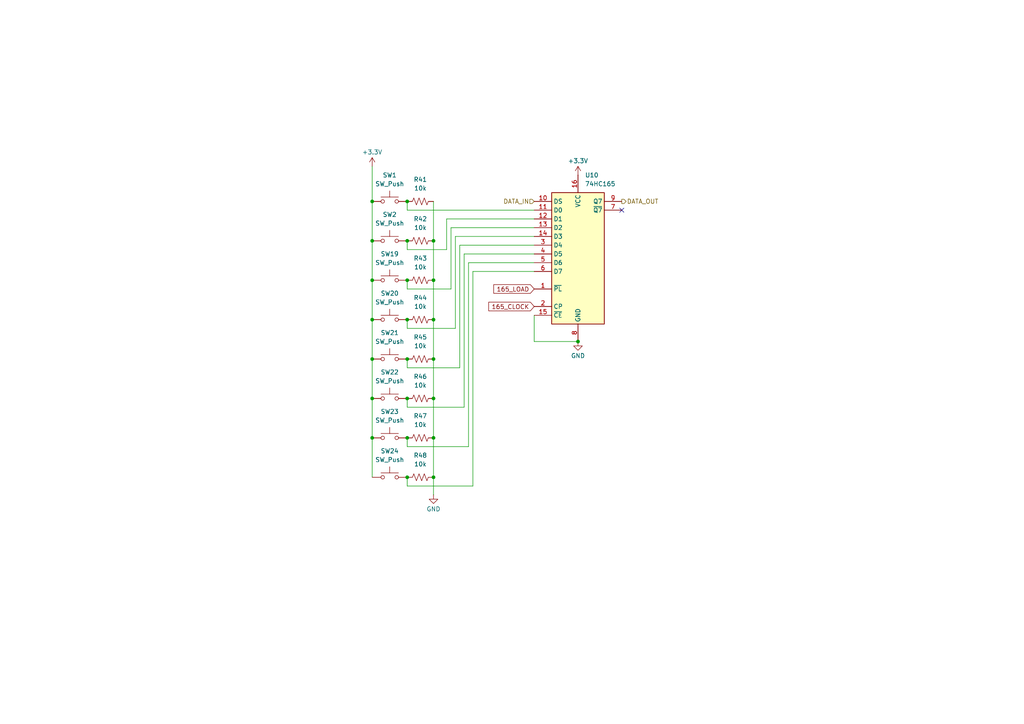
<source format=kicad_sch>
(kicad_sch (version 20250114) (generator "eeschema") (generator_version "9.0")
  (paper "A4")
  (lib_symbols
    (symbol "74xx:74HC165"
      (property "Reference" "U" (at -7.62 19.05 0))
      (property "Value" "74HC165" (at -7.62 -21.59 0))
      (symbol "74HC165_1_0"
        (pin input line (at -12.7 15.24 0) (length 5.08) (name "DS") (number "10"))
        (pin input line (at -12.7 12.7 0) (length 5.08) (name "D0") (number "11"))
        (pin input line (at -12.7 10.16 0) (length 5.08) (name "D1") (number "12"))
        (pin input line (at -12.7 7.62 0) (length 5.08) (name "D2") (number "13"))
        (pin input line (at -12.7 5.08 0) (length 5.08) (name "D3") (number "14"))
        (pin input line (at -12.7 2.54 0) (length 5.08) (name "D4") (number "3"))
        (pin input line (at -12.7 0 0) (length 5.08) (name "D5") (number "4"))
        (pin input line (at -12.7 -2.54 0) (length 5.08) (name "D6") (number "5"))
        (pin input line (at -12.7 -5.08 0) (length 5.08) (name "D7") (number "6"))
        (pin input line (at -12.7 -10.16 0) (length 5.08) (name "~{PL}") (number "1"))
        (pin input line (at -12.7 -15.24 0) (length 5.08) (name "CP") (number "2"))
        (pin input line (at -12.7 -17.78 0) (length 5.08) (name "~{CE}") (number "15"))
        (pin power_in line (at 0 22.86 270) (length 5.08) (name "VCC") (number "16"))
        (pin power_in line (at 0 -25.4 90) (length 5.08) (name "GND") (number "8"))
        (pin output line (at 12.7 15.24 180) (length 5.08) (name "Q7") (number "9"))
        (pin output line (at 12.7 12.7 180) (length 5.08) (name "~{Q7}") (number "7"))
      )
      (symbol "74HC165_1_1"
        (rectangle (start -7.62 17.78) (end 7.62 -20.32) (stroke (width 0.254)) (fill (type background)))
      )
    )
    (symbol "Device:R_US" (pin_numbers (hide yes)) (pin_names (offset 0))
      (property "Reference" "R" (at 2.54 0 90))
      (property "Value" "R_US" (at -2.54 0 90))
      (symbol "R_US_0_1"
        (polyline (pts (xy 0 2.286) (xy 0 2.54)))
        (polyline (pts (xy 0 2.286) (xy 1.016 1.905) (xy 0 1.524) (xy -1.016 1.143) (xy 0 0.762)))
        (polyline (pts (xy 0 0.762) (xy 1.016 0.381) (xy 0 0) (xy -1.016 -0.381) (xy 0 -0.762)))
        (polyline (pts (xy 0 -0.762) (xy 1.016 -1.143) (xy 0 -1.524) (xy -1.016 -1.905) (xy 0 -2.286)))
        (polyline (pts (xy 0 -2.286) (xy 0 -2.54)))
      )
      (symbol "R_US_1_1"
        (pin passive line (at 0 3.81 270) (length 1.27) (name "~") (number "1"))
        (pin passive line (at 0 -3.81 90) (length 1.27) (name "~") (number "2"))
      )
    )
    (symbol "Switch:SW_Push" (pin_numbers (hide yes)) (pin_names (offset 1.016) (hide yes))
      (property "Reference" "SW" (at 1.27 2.54 0))
      (property "Value" "SW_Push" (at 0 -1.524 0))
      (symbol "SW_Push_0_1"
        (circle (center -2.032 0) (radius 0.508))
        (polyline (pts (xy 0 1.27) (xy 0 3.048)))
        (circle (center 2.032 0) (radius 0.508))
        (polyline (pts (xy 2.54 1.27) (xy -2.54 1.27)))
        (pin passive line (at -5.08 0 0) (length 2.54) (name "1") (number "1"))
        (pin passive line (at 5.08 0 180) (length 2.54) (name "2") (number "2"))
      )
    )
    (symbol "power:+3.3V" (power) (pin_numbers (hide yes)) (pin_names (offset 0) (hide yes))
      (property "Value" "+3.3V" (at 0 3.556 0))
      (symbol "+3.3V_0_1"
        (polyline (pts (xy -0.762 1.27) (xy 0 2.54)))
        (polyline (pts (xy 0 2.54) (xy 0.762 1.27)))
        (polyline (pts (xy 0 0) (xy 0 2.54)))
      )
      (symbol "+3.3V_1_1"
        (pin power_in line (at 0 0 90) (length 0) (name "~") (number "1"))
      )
    )
    (symbol "power:GND" (power) (pin_numbers (hide yes)) (pin_names (offset 0) (hide yes))
      (property "Value" "GND" (at 0 -3.81 0))
      (symbol "GND_0_1"
        (polyline (pts (xy 0 0) (xy 0 -1.27) (xy 1.27 -1.27) (xy 0 -2.54) (xy -1.27 -1.27) (xy 0 -1.27)))
      )
      (symbol "GND_1_1"
        (pin power_in line (at 0 0 270) (length 0) (name "~") (number "1"))
      )
    )
  )
  (junction (at 118.11 138.43))
  (junction (at 118.11 69.85))
  (junction (at 118.11 127))
  (junction (at 107.95 69.85))
  (junction (at 125.73 69.85))
  (junction (at 107.95 81.28))
  (junction (at 118.11 92.71))
  (junction (at 107.95 104.14))
  (junction (at 125.73 104.14))
  (junction (at 167.64 99.06))
  (junction (at 118.11 104.14))
  (junction (at 125.73 81.28))
  (junction (at 125.73 92.71))
  (junction (at 107.95 115.57))
  (junction (at 118.11 58.42))
  (junction (at 125.73 138.43))
  (junction (at 107.95 127))
  (junction (at 107.95 58.42))
  (junction (at 118.11 115.57))
  (junction (at 107.95 92.71))
  (junction (at 118.11 81.28))
  (junction (at 125.73 127))
  (junction (at 125.73 115.57))
  (no_connect (at 180.34 60.96))
  (wire (pts (xy 135.89 129.54) (xy 135.89 76.2)))
  (wire (pts (xy 133.35 71.12) (xy 154.94 71.12)))
  (wire (pts (xy 125.73 138.43) (xy 125.73 143.51)))
  (wire (pts (xy 125.73 127) (xy 125.73 138.43)))
  (wire (pts (xy 118.11 129.54) (xy 135.89 129.54)))
  (wire (pts (xy 107.95 104.14) (xy 107.95 115.57)))
  (wire (pts (xy 125.73 58.42) (xy 125.73 69.85)))
  (wire (pts (xy 118.11 115.57) (xy 118.11 118.11)))
  (wire (pts (xy 137.16 78.74) (xy 154.94 78.74)))
  (wire (pts (xy 125.73 69.85) (xy 125.73 81.28)))
  (wire (pts (xy 129.54 72.39) (xy 129.54 63.5)))
  (wire (pts (xy 125.73 104.14) (xy 125.73 115.57)))
  (wire (pts (xy 133.35 106.68) (xy 133.35 71.12)))
  (wire (pts (xy 154.94 91.44) (xy 154.94 99.06)))
  (wire (pts (xy 132.08 95.25) (xy 132.08 68.58)))
  (wire (pts (xy 130.81 66.04) (xy 130.81 83.82)))
  (wire (pts (xy 134.62 118.11) (xy 134.62 73.66)))
  (wire (pts (xy 107.95 115.57) (xy 107.95 127)))
  (wire (pts (xy 118.11 106.68) (xy 133.35 106.68)))
  (wire (pts (xy 137.16 140.97) (xy 137.16 78.74)))
  (wire (pts (xy 125.73 92.71) (xy 125.73 104.14)))
  (wire (pts (xy 118.11 127) (xy 118.11 129.54)))
  (wire (pts (xy 118.11 60.96) (xy 154.94 60.96)))
  (wire (pts (xy 107.95 48.26) (xy 107.95 58.42)))
  (wire (pts (xy 154.94 66.04) (xy 130.81 66.04)))
  (wire (pts (xy 132.08 68.58) (xy 154.94 68.58)))
  (wire (pts (xy 118.11 104.14) (xy 118.11 106.68)))
  (wire (pts (xy 118.11 72.39) (xy 129.54 72.39)))
  (wire (pts (xy 118.11 69.85) (xy 118.11 72.39)))
  (wire (pts (xy 118.11 95.25) (xy 132.08 95.25)))
  (wire (pts (xy 107.95 69.85) (xy 107.95 81.28)))
  (wire (pts (xy 107.95 58.42) (xy 107.95 69.85)))
  (wire (pts (xy 125.73 115.57) (xy 125.73 127)))
  (wire (pts (xy 118.11 92.71) (xy 118.11 95.25)))
  (wire (pts (xy 134.62 73.66) (xy 154.94 73.66)))
  (wire (pts (xy 107.95 92.71) (xy 107.95 104.14)))
  (wire (pts (xy 118.11 118.11) (xy 134.62 118.11)))
  (wire (pts (xy 118.11 58.42) (xy 118.11 60.96)))
  (wire (pts (xy 107.95 81.28) (xy 107.95 92.71)))
  (wire (pts (xy 130.81 83.82) (xy 118.11 83.82)))
  (wire (pts (xy 135.89 76.2) (xy 154.94 76.2)))
  (wire (pts (xy 118.11 140.97) (xy 137.16 140.97)))
  (wire (pts (xy 118.11 138.43) (xy 118.11 140.97)))
  (wire (pts (xy 107.95 127) (xy 107.95 138.43)))
  (wire (pts (xy 125.73 81.28) (xy 125.73 92.71)))
  (wire (pts (xy 118.11 83.82) (xy 118.11 81.28)))
  (wire (pts (xy 129.54 63.5) (xy 154.94 63.5)))
  (wire (pts (xy 154.94 99.06) (xy 167.64 99.06)))
  (global_label "165_LOAD" (shape input) (at 154.94 83.82 180) (property "Intersheetrefs" "${INTERSHEET_REFS}" (effects (hide yes))))
  (global_label "165_CLOCK" (shape input) (at 154.94 88.9 180) (property "Intersheetrefs" "${INTERSHEET_REFS}" (effects (hide yes))))
  (hierarchical_label "DATA_OUT" (shape output) (at 180.34 58.42 0))
  (hierarchical_label "DATA_IN" (shape input) (at 154.94 58.42 180))
  (symbol (lib_id "Device:R_US") (at 121.92 81.28 90) (unit 1)
    (property "Reference" "R15" (at 121.92 74.93 90))
    (property "Value" "10k" (at 121.92 77.47 90))
    (property "Footprint" "Resistor_SMD:R_0603_1608Metric" (effects (hide yes)))
    (instances (project "dk2_04_top" (path "" (reference "R43") (unit 1)) (path "" (reference "R23") (unit 1)) (path "" (reference "R15") (unit 1))))
  )
  (symbol (lib_id "Switch:SW_Push") (at 113.03 115.57 0) (unit 1)
    (property "Reference" "SW6" (at 113.03 107.95 0))
    (property "Value" "SW_Push" (at 113.03 110.49 0))
    (property "Footprint" "Button_Switch_THT:SW_PUSH_6mm" (effects (hide yes)))
    (instances (project "dk2_04_top" (path "" (reference "SW22") (unit 1)) (path "" (reference "SW14") (unit 1)) (path "" (reference "SW6") (unit 1))))
  )
  (symbol (lib_id "Device:R_US") (at 121.92 92.71 90) (unit 1)
    (property "Reference" "R16" (at 121.92 86.36 90))
    (property "Value" "10k" (at 121.92 88.9 90))
    (property "Footprint" "Resistor_SMD:R_0603_1608Metric" (effects (hide yes)))
    (instances (project "dk2_04_top" (path "" (reference "R44") (unit 1)) (path "" (reference "R24") (unit 1)) (path "" (reference "R16") (unit 1))))
  )
  (symbol (lib_id "Device:R_US") (at 121.92 58.42 90) (unit 1)
    (property "Reference" "R13" (at 121.92 52.07 90))
    (property "Value" "10k" (at 121.92 54.61 90))
    (property "Footprint" "Resistor_SMD:R_0603_1608Metric" (effects (hide yes)))
    (instances (project "dk2_04_top" (path "" (reference "R41") (unit 1)) (path "" (reference "R21") (unit 1)) (path "" (reference "R13") (unit 1))))
  )
  (symbol (lib_id "Switch:SW_Push") (at 113.03 92.71 0) (unit 1)
    (property "Reference" "SW4" (at 113.03 85.09 0))
    (property "Value" "SW_Push" (at 113.03 87.63 0))
    (property "Footprint" "Button_Switch_THT:SW_PUSH_6mm" (effects (hide yes)))
    (instances (project "dk2_04_top" (path "" (reference "SW20") (unit 1)) (path "" (reference "SW12") (unit 1)) (path "" (reference "SW4") (unit 1))))
  )
  (symbol (lib_id "power:GND") (at 125.73 143.51 0) (unit 1)
    (property "Reference" "#PWR024" (effects (hide yes)))
    (property "Value" "GND" (at 125.73 147.6431 0))
    (property "Description" "Power symbol creates a global label with name \"GND\" , ground" (effects (hide yes)))
    (instances (project "dk2_04_top" (path "" (reference "#PWR010") (unit 1)) (path "" (reference "#PWR028") (unit 1)) (path "" (reference "#PWR024") (unit 1))))
  )
  (symbol (lib_id "power:GND") (at 167.64 99.06 0) (unit 1)
    (property "Reference" "#PWR026" (effects (hide yes)))
    (property "Value" "GND" (at 167.64 103.1931 0))
    (property "Description" "Power symbol creates a global label with name \"GND\" , ground" (effects (hide yes)))
    (instances (project "dk2_04_top" (path "" (reference "#PWR020") (unit 1)) (path "" (reference "#PWR030") (unit 1)) (path "" (reference "#PWR026") (unit 1))))
  )
  (symbol (lib_id "Switch:SW_Push") (at 113.03 104.14 0) (unit 1)
    (property "Reference" "SW5" (at 113.03 96.52 0))
    (property "Value" "SW_Push" (at 113.03 99.06 0))
    (property "Footprint" "Button_Switch_THT:SW_PUSH_6mm" (effects (hide yes)))
    (instances (project "dk2_04_top" (path "" (reference "SW21") (unit 1)) (path "" (reference "SW13") (unit 1)) (path "" (reference "SW5") (unit 1))))
  )
  (symbol (lib_id "Switch:SW_Push") (at 113.03 138.43 0) (unit 1)
    (property "Reference" "SW8" (at 113.03 130.81 0))
    (property "Value" "SW_Push" (at 113.03 133.35 0))
    (property "Footprint" "Button_Switch_THT:SW_PUSH_6mm" (effects (hide yes)))
    (instances (project "dk2_04_top" (path "" (reference "SW24") (unit 1)) (path "" (reference "SW16") (unit 1)) (path "" (reference "SW8") (unit 1))))
  )
  (symbol (lib_id "Switch:SW_Push") (at 113.03 69.85 0) (unit 1)
    (property "Reference" "SW2" (at 113.03 62.23 0))
    (property "Value" "SW_Push" (at 113.03 64.77 0))
    (property "Footprint" "Button_Switch_THT:SW_PUSH_6mm" (effects (hide yes)))
    (instances (project "dk2_04_top" (path "" (reference "SW2") (unit 1)) (path "" (reference "SW10") (unit 1)) (path "" (reference "SW2") (unit 1))))
  )
  (symbol (lib_id "74xx:74HC165") (at 167.64 73.66 0) (unit 1)
    (property "Reference" "U4" (at 169.6594 50.8 0) (effects (justify left)))
    (property "Value" "74HC165" (at 169.6594 53.34 0) (effects (justify left)))
    (property "Footprint" "Package_SO:SOIC-16_3.9x9.9mm_P1.27mm" (effects (hide yes)))
    (property "Datasheet" "https://assets.nexperia.com/documents/data-sheet/74HC_HCT165.pdf" (effects (hide yes)))
    (instances (project "dk2_04_top" (path "" (reference "U10") (unit 1)) (path "" (reference "U5") (unit 1)) (path "" (reference "U4") (unit 1))))
  )
  (symbol (lib_id "Switch:SW_Push") (at 113.03 81.28 0) (unit 1)
    (property "Reference" "SW3" (at 113.03 73.66 0))
    (property "Value" "SW_Push" (at 113.03 76.2 0))
    (property "Footprint" "Button_Switch_THT:SW_PUSH_6mm" (effects (hide yes)))
    (instances (project "dk2_04_top" (path "" (reference "SW19") (unit 1)) (path "" (reference "SW11") (unit 1)) (path "" (reference "SW3") (unit 1))))
  )
  (symbol (lib_id "Device:R_US") (at 121.92 127 90) (unit 1)
    (property "Reference" "R19" (at 121.92 120.65 90))
    (property "Value" "10k" (at 121.92 123.19 90))
    (property "Footprint" "Resistor_SMD:R_0603_1608Metric" (effects (hide yes)))
    (instances (project "dk2_04_top" (path "" (reference "R47") (unit 1)) (path "" (reference "R27") (unit 1)) (path "" (reference "R19") (unit 1))))
  )
  (symbol (lib_id "Switch:SW_Push") (at 113.03 127 0) (unit 1)
    (property "Reference" "SW7" (at 113.03 119.38 0))
    (property "Value" "SW_Push" (at 113.03 121.92 0))
    (property "Footprint" "Button_Switch_THT:SW_PUSH_6mm" (effects (hide yes)))
    (instances (project "dk2_04_top" (path "" (reference "SW23") (unit 1)) (path "" (reference "SW15") (unit 1)) (path "" (reference "SW7") (unit 1))))
  )
  (symbol (lib_id "power:+3.3V") (at 167.64 50.8 0) (unit 1)
    (property "Reference" "#PWR025" (effects (hide yes)))
    (property "Value" "+3.3V" (at 167.64 46.6669 0))
    (property "Description" "Power symbol creates a global label with name \"+3.3V\"" (effects (hide yes)))
    (instances (project "dk2_04_top" (path "" (reference "#PWR?") (unit 1)) (path "" (reference "#PWR011") (unit 1)) (path "" (reference "#PWR029") (unit 1)) (path "" (reference "#PWR025") (unit 1))))
  )
  (symbol (lib_id "Device:R_US") (at 121.92 115.57 90) (unit 1)
    (property "Reference" "R18" (at 121.92 109.22 90))
    (property "Value" "10k" (at 121.92 111.76 90))
    (property "Footprint" "Resistor_SMD:R_0603_1608Metric" (effects (hide yes)))
    (instances (project "dk2_04_top" (path "" (reference "R46") (unit 1)) (path "" (reference "R26") (unit 1)) (path "" (reference "R18") (unit 1))))
  )
  (symbol (lib_id "power:+3.3V") (at 107.95 48.26 0) (unit 1)
    (property "Reference" "#PWR023" (effects (hide yes)))
    (property "Value" "+3.3V" (at 107.95 44.1269 0))
    (property "Description" "Power symbol creates a global label with name \"+3.3V\"" (effects (hide yes)))
    (instances (project "dk2_04_top" (path "" (reference "#PWR07") (unit 1)) (path "" (reference "#PWR027") (unit 1)) (path "" (reference "#PWR023") (unit 1))))
  )
  (symbol (lib_id "Device:R_US") (at 121.92 138.43 90) (unit 1)
    (property "Reference" "R20" (at 121.92 132.08 90))
    (property "Value" "10k" (at 121.92 134.62 90))
    (property "Footprint" "Resistor_SMD:R_0603_1608Metric" (effects (hide yes)))
    (instances (project "dk2_04_top" (path "" (reference "R48") (unit 1)) (path "" (reference "R28") (unit 1)) (path "" (reference "R20") (unit 1))))
  )
  (symbol (lib_id "Device:R_US") (at 121.92 69.85 90) (unit 1)
    (property "Reference" "R14" (at 121.92 63.5 90))
    (property "Value" "10k" (at 121.92 66.04 90))
    (property "Footprint" "Resistor_SMD:R_0603_1608Metric" (effects (hide yes)))
    (instances (project "dk2_04_top" (path "" (reference "R42") (unit 1)) (path "" (reference "R22") (unit 1)) (path "" (reference "R14") (unit 1))))
  )
  (symbol (lib_id "Device:R_US") (at 121.92 104.14 90) (unit 1)
    (property "Reference" "R17" (at 121.92 97.79 90))
    (property "Value" "10k" (at 121.92 100.33 90))
    (property "Footprint" "Resistor_SMD:R_0603_1608Metric" (effects (hide yes)))
    (instances (project "dk2_04_top" (path "" (reference "R45") (unit 1)) (path "" (reference "R25") (unit 1)) (path "" (reference "R17") (unit 1))))
  )
  (symbol (lib_id "Switch:SW_Push") (at 113.03 58.42 0) (unit 1)
    (property "Reference" "SW1" (at 113.03 50.8 0))
    (property "Value" "SW_Push" (at 113.03 53.34 0))
    (property "Footprint" "Button_Switch_THT:SW_PUSH_6mm" (effects (hide yes)))
    (instances (project "dk2_04_top" (path "" (reference "SW1") (unit 1)) (path "" (reference "SW9") (unit 1)) (path "" (reference "SW1") (unit 1))))
  )
)
</source>
